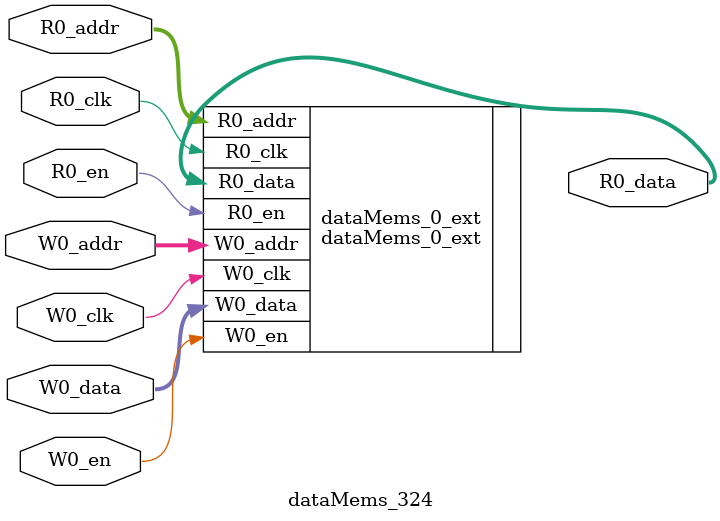
<source format=sv>
`ifndef RANDOMIZE
  `ifdef RANDOMIZE_REG_INIT
    `define RANDOMIZE
  `endif // RANDOMIZE_REG_INIT
`endif // not def RANDOMIZE
`ifndef RANDOMIZE
  `ifdef RANDOMIZE_MEM_INIT
    `define RANDOMIZE
  `endif // RANDOMIZE_MEM_INIT
`endif // not def RANDOMIZE

`ifndef RANDOM
  `define RANDOM $random
`endif // not def RANDOM

// Users can define 'PRINTF_COND' to add an extra gate to prints.
`ifndef PRINTF_COND_
  `ifdef PRINTF_COND
    `define PRINTF_COND_ (`PRINTF_COND)
  `else  // PRINTF_COND
    `define PRINTF_COND_ 1
  `endif // PRINTF_COND
`endif // not def PRINTF_COND_

// Users can define 'ASSERT_VERBOSE_COND' to add an extra gate to assert error printing.
`ifndef ASSERT_VERBOSE_COND_
  `ifdef ASSERT_VERBOSE_COND
    `define ASSERT_VERBOSE_COND_ (`ASSERT_VERBOSE_COND)
  `else  // ASSERT_VERBOSE_COND
    `define ASSERT_VERBOSE_COND_ 1
  `endif // ASSERT_VERBOSE_COND
`endif // not def ASSERT_VERBOSE_COND_

// Users can define 'STOP_COND' to add an extra gate to stop conditions.
`ifndef STOP_COND_
  `ifdef STOP_COND
    `define STOP_COND_ (`STOP_COND)
  `else  // STOP_COND
    `define STOP_COND_ 1
  `endif // STOP_COND
`endif // not def STOP_COND_

// Users can define INIT_RANDOM as general code that gets injected into the
// initializer block for modules with registers.
`ifndef INIT_RANDOM
  `define INIT_RANDOM
`endif // not def INIT_RANDOM

// If using random initialization, you can also define RANDOMIZE_DELAY to
// customize the delay used, otherwise 0.002 is used.
`ifndef RANDOMIZE_DELAY
  `define RANDOMIZE_DELAY 0.002
`endif // not def RANDOMIZE_DELAY

// Define INIT_RANDOM_PROLOG_ for use in our modules below.
`ifndef INIT_RANDOM_PROLOG_
  `ifdef RANDOMIZE
    `ifdef VERILATOR
      `define INIT_RANDOM_PROLOG_ `INIT_RANDOM
    `else  // VERILATOR
      `define INIT_RANDOM_PROLOG_ `INIT_RANDOM #`RANDOMIZE_DELAY begin end
    `endif // VERILATOR
  `else  // RANDOMIZE
    `define INIT_RANDOM_PROLOG_
  `endif // RANDOMIZE
`endif // not def INIT_RANDOM_PROLOG_

// Include register initializers in init blocks unless synthesis is set
`ifndef SYNTHESIS
  `ifndef ENABLE_INITIAL_REG_
    `define ENABLE_INITIAL_REG_
  `endif // not def ENABLE_INITIAL_REG_
`endif // not def SYNTHESIS

// Include rmemory initializers in init blocks unless synthesis is set
`ifndef SYNTHESIS
  `ifndef ENABLE_INITIAL_MEM_
    `define ENABLE_INITIAL_MEM_
  `endif // not def ENABLE_INITIAL_MEM_
`endif // not def SYNTHESIS

module dataMems_324(	// @[generators/ara/src/main/scala/UnsafeAXI4ToTL.scala:365:62]
  input  [4:0]  R0_addr,
  input         R0_en,
  input         R0_clk,
  output [66:0] R0_data,
  input  [4:0]  W0_addr,
  input         W0_en,
  input         W0_clk,
  input  [66:0] W0_data
);

  dataMems_0_ext dataMems_0_ext (	// @[generators/ara/src/main/scala/UnsafeAXI4ToTL.scala:365:62]
    .R0_addr (R0_addr),
    .R0_en   (R0_en),
    .R0_clk  (R0_clk),
    .R0_data (R0_data),
    .W0_addr (W0_addr),
    .W0_en   (W0_en),
    .W0_clk  (W0_clk),
    .W0_data (W0_data)
  );
endmodule


</source>
